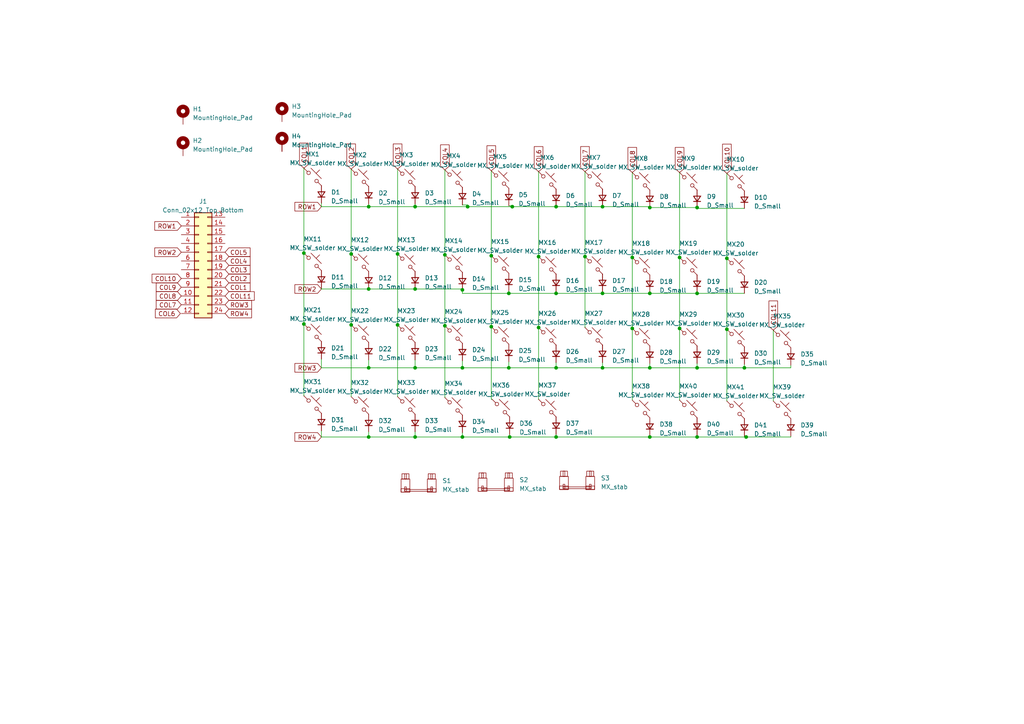
<source format=kicad_sch>
(kicad_sch (version 20230121) (generator eeschema)
  (paper "A4")
  (lib_symbols
    (symbol "Connector_Generic:Conn_02x12_Top_Bottom" (pin_names (offset 1.016) hide)
      (property "Reference" "J" (at 1.27 15.24 0))
      (property "Value" "Conn_02x12_Top_Bottom" (at 1.27 -17.78 0))
      (symbol "Conn_02x12_Top_Bottom_1_1"
        (rectangle (start -1.27 -15.113) (end 0 -15.367) (stroke (width 0.1524)))
        (rectangle (start -1.27 -12.573) (end 0 -12.827) (stroke (width 0.1524)))
        (rectangle (start -1.27 -10.033) (end 0 -10.287) (stroke (width 0.1524)))
        (rectangle (start -1.27 -7.493) (end 0 -7.747) (stroke (width 0.1524)))
        (rectangle (start -1.27 -4.953) (end 0 -5.207) (stroke (width 0.1524)))
        (rectangle (start -1.27 -2.413) (end 0 -2.667) (stroke (width 0.1524)))
        (rectangle (start -1.27 0.127) (end 0 -0.127) (stroke (width 0.1524)))
        (rectangle (start -1.27 2.667) (end 0 2.413) (stroke (width 0.1524)))
        (rectangle (start -1.27 5.207) (end 0 4.953) (stroke (width 0.1524)))
        (rectangle (start -1.27 7.747) (end 0 7.493) (stroke (width 0.1524)))
        (rectangle (start -1.27 10.287) (end 0 10.033) (stroke (width 0.1524)))
        (rectangle (start -1.27 12.827) (end 0 12.573) (stroke (width 0.1524)))
        (rectangle (start -1.27 13.97) (end 3.81 -16.51) (stroke (width 0.254)) (fill (type background)))
        (rectangle (start 3.81 -15.113) (end 2.54 -15.367) (stroke (width 0.1524)))
        (rectangle (start 3.81 -12.573) (end 2.54 -12.827) (stroke (width 0.1524)))
        (rectangle (start 3.81 -10.033) (end 2.54 -10.287) (stroke (width 0.1524)))
        (rectangle (start 3.81 -7.493) (end 2.54 -7.747) (stroke (width 0.1524)))
        (rectangle (start 3.81 -4.953) (end 2.54 -5.207) (stroke (width 0.1524)))
        (rectangle (start 3.81 -2.413) (end 2.54 -2.667) (stroke (width 0.1524)))
        (rectangle (start 3.81 0.127) (end 2.54 -0.127) (stroke (width 0.1524)))
        (rectangle (start 3.81 2.667) (end 2.54 2.413) (stroke (width 0.1524)))
        (rectangle (start 3.81 5.207) (end 2.54 4.953) (stroke (width 0.1524)))
        (rectangle (start 3.81 7.747) (end 2.54 7.493) (stroke (width 0.1524)))
        (rectangle (start 3.81 10.287) (end 2.54 10.033) (stroke (width 0.1524)))
        (rectangle (start 3.81 12.827) (end 2.54 12.573) (stroke (width 0.1524)))
        (pin passive line (at -5.08 12.7 0) (length 3.81) (name "Pin_1") (number "1"))
        (pin passive line (at -5.08 -10.16 0) (length 3.81) (name "Pin_10") (number "10"))
        (pin passive line (at -5.08 -12.7 0) (length 3.81) (name "Pin_11") (number "11"))
        (pin passive line (at -5.08 -15.24 0) (length 3.81) (name "Pin_12") (number "12"))
        (pin passive line (at 7.62 12.7 180) (length 3.81) (name "Pin_13") (number "13"))
        (pin passive line (at 7.62 10.16 180) (length 3.81) (name "Pin_14") (number "14"))
        (pin passive line (at 7.62 7.62 180) (length 3.81) (name "Pin_15") (number "15"))
        (pin passive line (at 7.62 5.08 180) (length 3.81) (name "Pin_16") (number "16"))
        (pin passive line (at 7.62 2.54 180) (length 3.81) (name "Pin_17") (number "17"))
        (pin passive line (at 7.62 0 180) (length 3.81) (name "Pin_18") (number "18"))
        (pin passive line (at 7.62 -2.54 180) (length 3.81) (name "Pin_19") (number "19"))
        (pin passive line (at -5.08 10.16 0) (length 3.81) (name "Pin_2") (number "2"))
        (pin passive line (at 7.62 -5.08 180) (length 3.81) (name "Pin_20") (number "20"))
        (pin passive line (at 7.62 -7.62 180) (length 3.81) (name "Pin_21") (number "21"))
        (pin passive line (at 7.62 -10.16 180) (length 3.81) (name "Pin_22") (number "22"))
        (pin passive line (at 7.62 -12.7 180) (length 3.81) (name "Pin_23") (number "23"))
        (pin passive line (at 7.62 -15.24 180) (length 3.81) (name "Pin_24") (number "24"))
        (pin passive line (at -5.08 7.62 0) (length 3.81) (name "Pin_3") (number "3"))
        (pin passive line (at -5.08 5.08 0) (length 3.81) (name "Pin_4") (number "4"))
        (pin passive line (at -5.08 2.54 0) (length 3.81) (name "Pin_5") (number "5"))
        (pin passive line (at -5.08 0 0) (length 3.81) (name "Pin_6") (number "6"))
        (pin passive line (at -5.08 -2.54 0) (length 3.81) (name "Pin_7") (number "7"))
        (pin passive line (at -5.08 -5.08 0) (length 3.81) (name "Pin_8") (number "8"))
        (pin passive line (at -5.08 -7.62 0) (length 3.81) (name "Pin_9") (number "9"))
      )
    )
    (symbol "Device:D_Small" (pin_numbers hide) (pin_names (offset 0.254) hide)
      (property "Reference" "D" (at -1.27 2.032 0))
      (property "Value" "D_Small" (at -3.81 -2.032 0))
      (symbol "D_Small_0_1"
        (polyline (pts (xy -0.762 -1.016) (xy -0.762 1.016)) (stroke (width 0.254)))
        (polyline (pts (xy -0.762 0) (xy 0.762 0)))
        (polyline (pts (xy 0.762 -1.016) (xy -0.762 0) (xy 0.762 1.016) (xy 0.762 -1.016)) (stroke (width 0.254)))
      )
      (symbol "D_Small_1_1"
        (pin passive line (at -2.54 0 0) (length 1.778) (name "K") (number "1"))
        (pin passive line (at 2.54 0 180) (length 1.778) (name "A") (number "2"))
      )
    )
    (symbol "Mechanical:MountingHole_Pad" (pin_numbers hide) (pin_names (offset 1.016) hide)
      (property "Reference" "H" (at 0 6.35 0))
      (property "Value" "MountingHole_Pad" (at 0 4.445 0))
      (symbol "MountingHole_Pad_0_1"
        (circle (center 0 1.27) (radius 1.27) (stroke (width 1.27)))
      )
      (symbol "MountingHole_Pad_1_1"
        (pin input line (at 0 -2.54 90) (length 2.54) (name "1") (number "1"))
      )
    )
    (symbol "marbastlib-mx:MX_SW_solder" (pin_numbers hide) (pin_names (offset 1.016) hide)
      (property "Reference" "MX" (at 3.048 1.016 0))
      (property "Value" "MX_SW_solder" (at 0 -3.81 0))
      (symbol "MX_SW_solder_0_1"
        (circle (center -1.1684 1.1684) (radius 0.508))
        (polyline (pts (xy -0.508 2.54) (xy 2.54 -0.508)))
        (polyline (pts (xy 1.016 1.016) (xy 2.032 2.032)))
        (polyline (pts (xy -2.54 2.54) (xy -1.524 1.524) (xy -1.524 1.524)))
        (polyline (pts (xy 1.524 -1.524) (xy 2.54 -2.54) (xy 2.54 -2.54) (xy 2.54 -2.54)))
        (circle (center 1.143 -1.1938) (radius 0.508))
        (pin passive line (at -2.54 2.54 0) (length 0) (name "1") (number "1"))
        (pin passive line (at 2.54 -2.54 180) (length 0) (name "2") (number "2"))
      )
    )
    (symbol "marbastlib-mx:MX_stab" (pin_names (offset 1.016))
      (property "Reference" "S" (at -5.08 6.35 0))
      (property "Value" "MX_stab" (at -5.08 3.81 0))
      (symbol "MX_stab_0_1"
        (rectangle (start -5.08 -1.524) (end -2.54 -2.54))
        (rectangle (start -5.08 1.27) (end -2.54 -2.54))
        (rectangle (start -4.826 2.794) (end -2.794 1.27))
        (rectangle (start -4.064 -2.286) (end -3.556 -1.016))
        (rectangle (start -4.064 -1.778) (end 4.064 -2.286))
        (rectangle (start -4.064 1.27) (end -3.556 2.794))
        (rectangle (start 2.54 -1.524) (end 5.08 -2.54))
        (rectangle (start 2.54 1.27) (end 5.08 -2.54))
        (rectangle (start 2.794 2.794) (end 4.826 1.27))
        (rectangle (start 3.556 1.27) (end 4.064 2.794))
        (rectangle (start 4.064 -2.286) (end 3.556 -1.016))
      )
    )
  )
  (junction (at 120.396 106.68))
  (junction (at 188.468 60.198))
  (junction (at 142.494 94.742))
  (junction (at 134.112 126.746))
  (junction (at 147.574 106.68))
  (junction (at 115.316 94.234))
  (junction (at 120.396 126.746))
  (junction (at 197.104 74.676))
  (junction (at 115.316 73.66))
  (junction (at 88.138 93.98))
  (junction (at 106.934 59.944))
  (junction (at 197.104 95.25))
  (junction (at 161.29 106.68))
  (junction (at 161.29 85.09))
  (junction (at 88.138 73.406))
  (junction (at 161.29 59.944))
  (junction (at 156.21 94.996))
  (junction (at 134.112 84.074))
  (junction (at 101.854 73.66))
  (junction (at 202.184 106.68))
  (junction (at 216.408 126.746))
  (junction (at 188.468 106.68))
  (junction (at 202.184 60.198))
  (junction (at 147.828 126.746))
  (junction (at 120.396 83.82))
  (junction (at 129.032 73.914))
  (junction (at 106.934 126.746))
  (junction (at 210.82 95.504))
  (junction (at 210.82 74.93))
  (junction (at 161.29 126.746))
  (junction (at 188.468 85.09))
  (junction (at 202.184 126.746))
  (junction (at 120.396 59.944))
  (junction (at 142.494 74.168))
  (junction (at 169.672 74.422))
  (junction (at 106.934 83.82))
  (junction (at 202.184 85.09))
  (junction (at 147.574 85.09))
  (junction (at 215.9 106.68))
  (junction (at 156.21 74.422))
  (junction (at 148.59 59.944))
  (junction (at 129.032 94.488))
  (junction (at 188.468 126.746))
  (junction (at 174.752 85.09))
  (junction (at 106.934 106.68))
  (junction (at 101.854 94.234))
  (junction (at 183.388 95.25))
  (junction (at 174.752 59.944))
  (junction (at 134.112 106.68))
  (junction (at 183.388 74.676))
  (junction (at 174.752 106.68))
  (junction (at 135.636 59.944))
  (wire (pts (xy 88.138 48.768) (xy 88.138 73.406)))
  (wire (pts (xy 129.032 49.276) (xy 129.032 73.914)))
  (wire (pts (xy 188.468 106.68) (xy 202.184 106.68)))
  (wire (pts (xy 174.752 59.944) (xy 188.468 59.944)))
  (wire (pts (xy 216.408 126.746) (xy 229.362 126.746)))
  (wire (pts (xy 142.494 49.53) (xy 142.494 74.168)))
  (wire (pts (xy 197.104 95.25) (xy 197.104 116.078)))
  (wire (pts (xy 161.29 125.984) (xy 161.29 126.746)))
  (wire (pts (xy 188.468 60.198) (xy 202.184 60.198)))
  (wire (pts (xy 120.396 106.68) (xy 134.112 106.68)))
  (wire (pts (xy 229.362 106.68) (xy 229.362 105.918)))
  (wire (pts (xy 142.494 74.168) (xy 142.494 94.742)))
  (wire (pts (xy 93.218 58.928) (xy 93.218 59.944)))
  (wire (pts (xy 174.752 105.156) (xy 174.752 106.68)))
  (wire (pts (xy 188.468 84.836) (xy 188.468 85.09)))
  (wire (pts (xy 169.672 74.422) (xy 169.672 94.996)))
  (wire (pts (xy 120.396 125.222) (xy 120.396 126.746)))
  (wire (pts (xy 216.408 126.492) (xy 216.408 126.746)))
  (wire (pts (xy 161.29 126.746) (xy 188.468 126.746)))
  (wire (pts (xy 156.21 74.422) (xy 156.21 94.996)))
  (wire (pts (xy 147.828 125.984) (xy 147.828 126.746)))
  (wire (pts (xy 161.29 85.09) (xy 174.752 85.09)))
  (wire (pts (xy 215.9 60.452) (xy 202.184 60.452)))
  (wire (pts (xy 147.574 84.328) (xy 147.574 85.09)))
  (wire (pts (xy 88.138 93.98) (xy 88.138 114.808)))
  (wire (pts (xy 120.396 59.944) (xy 135.636 59.944)))
  (wire (pts (xy 135.636 59.944) (xy 148.59 59.944)))
  (wire (pts (xy 148.59 59.69) (xy 148.59 59.944)))
  (wire (pts (xy 106.934 106.68) (xy 120.396 106.68)))
  (wire (pts (xy 202.184 84.836) (xy 202.184 85.09)))
  (wire (pts (xy 147.828 126.746) (xy 134.112 126.746)))
  (wire (pts (xy 229.362 126.746) (xy 229.362 126.492)))
  (wire (pts (xy 161.29 126.746) (xy 147.828 126.746)))
  (wire (pts (xy 174.752 85.09) (xy 188.468 85.09)))
  (wire (pts (xy 134.112 126.746) (xy 134.112 125.476)))
  (wire (pts (xy 120.396 59.182) (xy 120.396 59.944)))
  (wire (pts (xy 93.218 124.968) (xy 93.218 126.746)))
  (wire (pts (xy 147.574 59.69) (xy 148.59 59.69)))
  (wire (pts (xy 148.59 59.944) (xy 161.29 59.944)))
  (wire (pts (xy 93.218 59.944) (xy 106.934 59.944)))
  (wire (pts (xy 147.574 85.09) (xy 161.29 85.09)))
  (wire (pts (xy 142.494 94.742) (xy 142.494 115.824)))
  (wire (pts (xy 115.316 73.66) (xy 115.316 94.234)))
  (wire (pts (xy 106.934 59.944) (xy 106.934 59.182)))
  (wire (pts (xy 134.112 106.68) (xy 147.574 106.68)))
  (wire (pts (xy 197.104 74.676) (xy 197.104 95.25)))
  (wire (pts (xy 174.752 59.944) (xy 161.29 59.944)))
  (wire (pts (xy 147.574 106.68) (xy 161.29 106.68)))
  (wire (pts (xy 183.388 74.676) (xy 183.388 95.25)))
  (wire (pts (xy 215.9 105.664) (xy 215.9 106.68)))
  (wire (pts (xy 134.112 104.648) (xy 134.112 106.68)))
  (wire (pts (xy 129.032 73.914) (xy 129.032 94.488)))
  (wire (pts (xy 120.396 104.394) (xy 120.396 106.68)))
  (wire (pts (xy 101.854 49.022) (xy 101.854 73.66)))
  (wire (pts (xy 210.82 74.93) (xy 210.82 95.504)))
  (wire (pts (xy 134.112 85.09) (xy 147.574 85.09)))
  (wire (pts (xy 224.282 95.758) (xy 224.282 116.332)))
  (wire (pts (xy 115.316 94.234) (xy 115.316 115.062)))
  (wire (pts (xy 93.218 83.566) (xy 93.218 83.82)))
  (wire (pts (xy 202.184 126.746) (xy 216.408 126.746)))
  (wire (pts (xy 174.752 84.582) (xy 174.752 85.09)))
  (wire (pts (xy 202.184 126.238) (xy 202.184 126.746)))
  (wire (pts (xy 183.388 50.038) (xy 183.388 74.676)))
  (wire (pts (xy 174.752 106.68) (xy 188.468 106.68)))
  (wire (pts (xy 169.672 49.784) (xy 169.672 74.422)))
  (wire (pts (xy 202.184 85.09) (xy 215.9 85.09)))
  (wire (pts (xy 101.854 94.234) (xy 101.854 115.062)))
  (wire (pts (xy 120.396 83.82) (xy 134.112 83.82)))
  (wire (pts (xy 134.112 83.82) (xy 134.112 84.074)))
  (wire (pts (xy 188.468 126.238) (xy 188.468 126.746)))
  (wire (pts (xy 142.494 115.824) (xy 142.748 115.824)))
  (wire (pts (xy 93.218 106.68) (xy 106.934 106.68)))
  (wire (pts (xy 106.934 83.82) (xy 120.396 83.82)))
  (wire (pts (xy 183.388 95.25) (xy 183.388 116.078)))
  (wire (pts (xy 93.218 83.82) (xy 106.934 83.82)))
  (wire (pts (xy 202.184 106.68) (xy 215.9 106.68)))
  (wire (pts (xy 161.29 106.68) (xy 174.752 106.68)))
  (wire (pts (xy 156.21 49.784) (xy 156.21 74.422)))
  (wire (pts (xy 134.112 84.074) (xy 134.112 85.09)))
  (wire (pts (xy 120.396 126.746) (xy 134.112 126.746)))
  (wire (pts (xy 156.21 94.996) (xy 156.21 115.824)))
  (wire (pts (xy 229.362 106.68) (xy 215.9 106.68)))
  (wire (pts (xy 188.468 85.09) (xy 202.184 85.09)))
  (wire (pts (xy 202.184 105.41) (xy 202.184 106.68)))
  (wire (pts (xy 93.218 126.746) (xy 106.934 126.746)))
  (wire (pts (xy 106.934 126.746) (xy 120.396 126.746)))
  (wire (pts (xy 135.636 59.436) (xy 135.636 59.944)))
  (wire (pts (xy 147.574 104.902) (xy 147.574 106.68)))
  (wire (pts (xy 101.854 73.66) (xy 101.854 94.234)))
  (wire (pts (xy 88.138 73.406) (xy 88.138 93.98)))
  (wire (pts (xy 93.218 104.14) (xy 93.218 106.68)))
  (wire (pts (xy 161.29 105.156) (xy 161.29 106.68)))
  (wire (pts (xy 197.104 50.038) (xy 197.104 74.676)))
  (wire (pts (xy 106.934 125.222) (xy 106.934 126.746)))
  (wire (pts (xy 210.82 50.292) (xy 210.82 74.93)))
  (wire (pts (xy 188.468 105.41) (xy 188.468 106.68)))
  (wire (pts (xy 106.934 104.394) (xy 106.934 106.68)))
  (wire (pts (xy 210.82 95.504) (xy 210.82 116.332)))
  (wire (pts (xy 188.468 59.944) (xy 188.468 60.198)))
  (wire (pts (xy 216.408 126.492) (xy 215.9 126.492)))
  (wire (pts (xy 134.112 59.436) (xy 135.636 59.436)))
  (wire (pts (xy 161.29 84.582) (xy 161.29 85.09)))
  (wire (pts (xy 106.934 59.944) (xy 120.396 59.944)))
  (wire (pts (xy 129.032 94.488) (xy 129.032 115.316)))
  (wire (pts (xy 115.316 49.022) (xy 115.316 73.66)))
  (wire (pts (xy 188.468 126.746) (xy 202.184 126.746)))
  (wire (pts (xy 202.184 60.452) (xy 202.184 60.198)))
  (global_label "COL8" (shape input) (at 52.578 85.852 180) (property "Intersheetrefs" "${INTERSHEET_REFS}" (effects hide)))
  (global_label "COL7" (shape input) (at 52.578 88.392 180) (property "Intersheetrefs" "${INTERSHEET_REFS}" (effects hide)))
  (global_label "COL9" (shape input) (at 197.104 50.038 90) (property "Intersheetrefs" "${INTERSHEET_REFS}" (effects hide)))
  (global_label "COL4" (shape input) (at 65.278 75.692 0) (property "Intersheetrefs" "${INTERSHEET_REFS}" (effects hide)))
  (global_label "COL2" (shape input) (at 65.278 80.772 0) (property "Intersheetrefs" "${INTERSHEET_REFS}" (effects hide)))
  (global_label "ROW1" (shape input) (at 93.218 59.944 180) (property "Intersheetrefs" "${INTERSHEET_REFS}" (effects hide)))
  (global_label "COL10" (shape input) (at 210.82 50.292 90) (property "Intersheetrefs" "${INTERSHEET_REFS}" (effects hide)))
  (global_label "COL6" (shape input) (at 52.324 90.932 180) (property "Intersheetrefs" "${INTERSHEET_REFS}" (effects hide)))
  (global_label "COL7" (shape input) (at 169.672 49.784 90) (property "Intersheetrefs" "${INTERSHEET_REFS}" (effects hide)))
  (global_label "COL2" (shape input) (at 101.854 49.022 90) (property "Intersheetrefs" "${INTERSHEET_REFS}" (effects hide)))
  (global_label "COL3" (shape input) (at 65.278 78.232 0) (property "Intersheetrefs" "${INTERSHEET_REFS}" (effects hide)))
  (global_label "COL4" (shape input) (at 129.032 49.276 90) (property "Intersheetrefs" "${INTERSHEET_REFS}" (effects hide)))
  (global_label "COL1" (shape input) (at 65.278 83.312 0) (property "Intersheetrefs" "${INTERSHEET_REFS}" (effects hide)))
  (global_label "ROW2" (shape input) (at 52.578 73.152 180) (property "Intersheetrefs" "${INTERSHEET_REFS}" (effects hide)))
  (global_label "ROW3" (shape input) (at 65.278 88.392 0) (property "Intersheetrefs" "${INTERSHEET_REFS}" (effects hide)))
  (global_label "COL5" (shape input) (at 142.494 49.53 90) (property "Intersheetrefs" "${INTERSHEET_REFS}" (effects hide)))
  (global_label "COL5" (shape input) (at 65.278 73.152 0) (property "Intersheetrefs" "${INTERSHEET_REFS}" (effects hide)))
  (global_label "COL10" (shape input) (at 52.578 80.772 180) (property "Intersheetrefs" "${INTERSHEET_REFS}" (effects hide)))
  (global_label "ROW2" (shape input) (at 93.218 83.82 180) (property "Intersheetrefs" "${INTERSHEET_REFS}" (effects hide)))
  (global_label "COL6" (shape input) (at 156.21 49.784 90) (property "Intersheetrefs" "${INTERSHEET_REFS}" (effects hide)))
  (global_label "COL11" (shape input) (at 65.278 85.852 0) (property "Intersheetrefs" "${INTERSHEET_REFS}" (effects hide)))
  (global_label "COL9" (shape input) (at 52.578 83.312 180) (property "Intersheetrefs" "${INTERSHEET_REFS}" (effects hide)))
  (global_label "ROW4" (shape input) (at 65.278 90.932 0) (property "Intersheetrefs" "${INTERSHEET_REFS}" (effects hide)))
  (global_label "COL8" (shape input) (at 183.388 50.038 90) (property "Intersheetrefs" "${INTERSHEET_REFS}" (effects hide)))
  (global_label "ROW1" (shape input) (at 52.578 65.532 180) (property "Intersheetrefs" "${INTERSHEET_REFS}" (effects hide)))
  (global_label "COL11" (shape input) (at 224.282 95.758 90) (property "Intersheetrefs" "${INTERSHEET_REFS}" (effects hide)))
  (global_label "COL1" (shape input) (at 88.138 48.768 90) (property "Intersheetrefs" "${INTERSHEET_REFS}" (effects hide)))
  (global_label "ROW4" (shape input) (at 93.218 126.746 180) (property "Intersheetrefs" "${INTERSHEET_REFS}" (effects hide)))
  (global_label "COL3" (shape input) (at 115.316 49.022 90) (property "Intersheetrefs" "${INTERSHEET_REFS}" (effects hide)))
  (global_label "ROW3" (shape input) (at 93.218 106.68 180) (property "Intersheetrefs" "${INTERSHEET_REFS}" (effects hide)))
  (symbol (lib_id "Device:D_Small") (at 188.468 57.658 90) (unit 1)
    (property "Reference" "D8" (at 191.262 57.023 90) (effects (justify right)))
    (property "Value" "D_Small" (at 191.262 59.563 90) (effects (justify right)))
    (property "Footprint" "Diode_SMD:D_SOD-123" (effects hide))
    (property "Sim.Device" "D" (effects hide))
    (property "Sim.Pins" "1=K 2=A" (effects hide))
  )
  (symbol (lib_id "Device:D_Small") (at 174.752 57.404 90) (unit 1)
    (property "Reference" "D7" (at 177.546 56.769 90) (effects (justify right)))
    (property "Value" "D_Small" (at 177.546 59.309 90) (effects (justify right)))
    (property "Footprint" "Diode_SMD:D_SOD-123" (effects hide))
    (property "Sim.Device" "D" (effects hide))
    (property "Sim.Pins" "1=K 2=A" (effects hide))
  )
  (symbol (lib_id "Device:D_Small") (at 106.934 81.28 90) (unit 1)
    (property "Reference" "D12" (at 109.728 80.645 90) (effects (justify right)))
    (property "Value" "D_Small" (at 109.728 83.185 90) (effects (justify right)))
    (property "Footprint" "Diode_SMD:D_SOD-123" (effects hide))
    (property "Sim.Device" "D" (effects hide))
    (property "Sim.Pins" "1=K 2=A" (effects hide))
  )
  (symbol (lib_id "marbastlib-mx:MX_SW_solder") (at 213.36 118.872 0) (unit 1)
    (property "Reference" "MX41" (at 213.36 112.268 0))
    (property "Value" "MX_SW_solder" (at 213.36 114.808 0))
    (property "Footprint" "marbastlib-mx:SW_MX_1.25u" (effects hide))
  )
  (symbol (lib_id "Device:D_Small") (at 202.184 57.658 90) (unit 1)
    (property "Reference" "D9" (at 204.978 57.023 90) (effects (justify right)))
    (property "Value" "D_Small" (at 204.978 59.563 90) (effects (justify right)))
    (property "Footprint" "Diode_SMD:D_SOD-123" (effects hide))
    (property "Sim.Device" "D" (effects hide))
    (property "Sim.Pins" "1=K 2=A" (effects hide))
  )
  (symbol (lib_id "marbastlib-mx:MX_SW_solder") (at 158.75 76.962 0) (unit 1)
    (property "Reference" "MX16" (at 158.75 70.358 0))
    (property "Value" "MX_SW_solder" (at 158.75 72.898 0))
    (property "Footprint" "marbastlib-mx:SW_MX_1u" (effects hide))
  )
  (symbol (lib_id "marbastlib-mx:MX_SW_solder") (at 158.75 97.536 0) (unit 1)
    (property "Reference" "MX26" (at 158.75 90.932 0))
    (property "Value" "MX_SW_solder" (at 158.75 93.472 0))
    (property "Footprint" "marbastlib-mx:SW_MX_1u" (effects hide))
  )
  (symbol (lib_id "Device:D_Small") (at 215.9 82.55 90) (unit 1)
    (property "Reference" "D20" (at 218.694 81.915 90) (effects (justify right)))
    (property "Value" "D_Small" (at 218.694 84.455 90) (effects (justify right)))
    (property "Footprint" "Diode_SMD:D_SOD-123" (effects hide))
    (property "Sim.Device" "D" (effects hide))
    (property "Sim.Pins" "1=K 2=A" (effects hide))
  )
  (symbol (lib_id "marbastlib-mx:MX_SW_solder") (at 145.034 76.708 0) (unit 1)
    (property "Reference" "MX15" (at 145.034 70.104 0))
    (property "Value" "MX_SW_solder" (at 145.034 72.644 0))
    (property "Footprint" "marbastlib-mx:SW_MX_1u" (effects hide))
  )
  (symbol (lib_id "Mechanical:MountingHole_Pad") (at 53.086 42.672 0) (unit 1)
    (property "Reference" "H2" (at 55.88 40.767 0) (effects (justify left)))
    (property "Value" "MountingHole_Pad" (at 55.88 43.307 0) (effects (justify left)))
    (property "Footprint" "MountingHole:MountingHole_2.7mm_M2.5_Pad_Via" (effects hide))
  )
  (symbol (lib_id "marbastlib-mx:MX_SW_solder") (at 158.75 118.364 0) (unit 1)
    (property "Reference" "MX37" (at 158.75 111.76 0))
    (property "Value" "MX_SW_solder" (at 158.75 114.3 0))
    (property "Footprint" "marbastlib-mx:SW_MX_1u" (effects hide))
  )
  (symbol (lib_id "Device:D_Small") (at 161.29 57.404 90) (unit 1)
    (property "Reference" "D6" (at 164.084 56.769 90) (effects (justify right)))
    (property "Value" "D_Small" (at 164.084 59.309 90) (effects (justify right)))
    (property "Footprint" "Diode_SMD:D_SOD-123" (effects hide))
    (property "Sim.Device" "D" (effects hide))
    (property "Sim.Pins" "1=K 2=A" (effects hide))
  )
  (symbol (lib_id "marbastlib-mx:MX_SW_solder") (at 172.212 97.536 0) (unit 1)
    (property "Reference" "MX27" (at 172.212 90.932 0))
    (property "Value" "MX_SW_solder" (at 172.212 93.472 0))
    (property "Footprint" "marbastlib-mx:SW_MX_1u" (effects hide))
  )
  (symbol (lib_id "marbastlib-mx:MX_SW_solder") (at 199.644 52.578 0) (unit 1)
    (property "Reference" "MX9" (at 199.644 45.974 0))
    (property "Value" "MX_SW_solder" (at 199.644 48.514 0))
    (property "Footprint" "marbastlib-mx:SW_MX_1u" (effects hide))
  )
  (symbol (lib_id "Device:D_Small") (at 188.468 123.698 90) (unit 1)
    (property "Reference" "D38" (at 191.262 123.063 90) (effects (justify right)))
    (property "Value" "D_Small" (at 191.262 125.603 90) (effects (justify right)))
    (property "Footprint" "Diode_SMD:D_SOD-123" (effects hide))
    (property "Sim.Device" "D" (effects hide))
    (property "Sim.Pins" "1=K 2=A" (effects hide))
  )
  (symbol (lib_id "marbastlib-mx:MX_SW_solder") (at 185.928 97.79 0) (unit 1)
    (property "Reference" "MX28" (at 185.928 91.186 0))
    (property "Value" "MX_SW_solder" (at 185.928 93.726 0))
    (property "Footprint" "marbastlib-mx:SW_MX_1u" (effects hide))
  )
  (symbol (lib_id "Device:D_Small") (at 93.218 81.026 90) (unit 1)
    (property "Reference" "D11" (at 96.012 80.391 90) (effects (justify right)))
    (property "Value" "D_Small" (at 96.012 82.931 90) (effects (justify right)))
    (property "Footprint" "Diode_SMD:D_SOD-123" (effects hide))
    (property "Sim.Device" "D" (effects hide))
    (property "Sim.Pins" "1=K 2=A" (effects hide))
  )
  (symbol (lib_id "marbastlib-mx:MX_SW_solder") (at 145.034 97.282 0) (unit 1)
    (property "Reference" "MX25" (at 145.034 90.678 0))
    (property "Value" "MX_SW_solder" (at 145.034 93.218 0))
    (property "Footprint" "marbastlib-mx:SW_MX_1u" (effects hide))
  )
  (symbol (lib_id "Device:D_Small") (at 106.934 56.642 90) (unit 1)
    (property "Reference" "D2" (at 109.728 56.007 90) (effects (justify right)))
    (property "Value" "D_Small" (at 109.728 58.547 90) (effects (justify right)))
    (property "Footprint" "Diode_SMD:D_SOD-123" (effects hide))
    (property "Sim.Device" "D" (effects hide))
    (property "Sim.Pins" "1=K 2=A" (effects hide))
  )
  (symbol (lib_id "marbastlib-mx:MX_SW_solder") (at 90.678 51.308 0) (unit 1)
    (property "Reference" "MX1" (at 90.678 44.704 0))
    (property "Value" "MX_SW_solder" (at 90.678 47.244 0))
    (property "Footprint" "marbastlib-mx:SW_MX_1u" (effects hide))
  )
  (symbol (lib_id "Device:D_Small") (at 93.218 122.428 90) (unit 1)
    (property "Reference" "D31" (at 96.012 121.793 90) (effects (justify right)))
    (property "Value" "D_Small" (at 96.012 124.333 90) (effects (justify right)))
    (property "Footprint" "Diode_SMD:D_SOD-123" (effects hide))
    (property "Sim.Device" "D" (effects hide))
    (property "Sim.Pins" "1=K 2=A" (effects hide))
  )
  (symbol (lib_id "marbastlib-mx:MX_SW_solder") (at 199.644 77.216 0) (unit 1)
    (property "Reference" "MX19" (at 199.644 70.612 0))
    (property "Value" "MX_SW_solder" (at 199.644 73.152 0))
    (property "Footprint" "marbastlib-mx:SW_MX_1u" (effects hide))
  )
  (symbol (lib_id "Device:D_Small") (at 120.396 122.682 90) (unit 1)
    (property "Reference" "D33" (at 123.19 122.047 90) (effects (justify right)))
    (property "Value" "D_Small" (at 123.19 124.587 90) (effects (justify right)))
    (property "Footprint" "Diode_SMD:D_SOD-123" (effects hide))
    (property "Sim.Device" "D" (effects hide))
    (property "Sim.Pins" "1=K 2=A" (effects hide))
  )
  (symbol (lib_id "marbastlib-mx:MX_SW_solder") (at 117.856 76.2 0) (unit 1)
    (property "Reference" "MX13" (at 117.856 69.596 0))
    (property "Value" "MX_SW_solder" (at 117.856 72.136 0))
    (property "Footprint" "marbastlib-mx:SW_MX_1u" (effects hide))
  )
  (symbol (lib_id "marbastlib-mx:MX_SW_solder") (at 131.572 76.454 0) (unit 1)
    (property "Reference" "MX14" (at 131.572 69.85 0))
    (property "Value" "MX_SW_solder" (at 131.572 72.39 0))
    (property "Footprint" "marbastlib-mx:SW_MX_1u" (effects hide))
  )
  (symbol (lib_id "Device:D_Small") (at 202.184 123.698 90) (unit 1)
    (property "Reference" "D40" (at 204.978 123.063 90) (effects (justify right)))
    (property "Value" "D_Small" (at 204.978 125.603 90) (effects (justify right)))
    (property "Footprint" "Diode_SMD:D_SOD-123" (effects hide))
    (property "Sim.Device" "D" (effects hide))
    (property "Sim.Pins" "1=K 2=A" (effects hide))
  )
  (symbol (lib_id "marbastlib-mx:MX_SW_solder") (at 131.572 97.028 0) (unit 1)
    (property "Reference" "MX24" (at 131.572 90.424 0))
    (property "Value" "MX_SW_solder" (at 131.572 92.964 0))
    (property "Footprint" "marbastlib-mx:SW_MX_1u" (effects hide))
  )
  (symbol (lib_id "marbastlib-mx:MX_SW_solder") (at 90.678 117.348 0) (unit 1)
    (property "Reference" "MX31" (at 90.678 110.744 0))
    (property "Value" "MX_SW_solder" (at 90.678 113.284 0))
    (property "Footprint" "marbastlib-mx:SW_MX_1.25u" (effects hide))
  )
  (symbol (lib_id "marbastlib-mx:MX_SW_solder") (at 185.928 52.578 0) (unit 1)
    (property "Reference" "MX8" (at 185.928 45.974 0))
    (property "Value" "MX_SW_solder" (at 185.928 48.514 0))
    (property "Footprint" "marbastlib-mx:SW_MX_1u" (effects hide))
  )
  (symbol (lib_id "marbastlib-mx:MX_SW_solder") (at 226.822 98.298 0) (unit 1)
    (property "Reference" "MX35" (at 226.822 91.694 0))
    (property "Value" "MX_SW_solder" (at 226.822 94.234 0))
    (property "Footprint" "marbastlib-mx:SW_MX_1u" (effects hide))
  )
  (symbol (lib_id "Device:D_Small") (at 93.218 56.388 90) (unit 1)
    (property "Reference" "D1" (at 96.012 55.753 90) (effects (justify right)))
    (property "Value" "D_Small" (at 96.012 58.293 90) (effects (justify right)))
    (property "Footprint" "Diode_SMD:D_SOD-123" (effects hide))
    (property "Sim.Device" "D" (effects hide))
    (property "Sim.Pins" "1=K 2=A" (effects hide))
  )
  (symbol (lib_id "marbastlib-mx:MX_SW_solder") (at 199.644 118.618 0) (unit 1)
    (property "Reference" "MX40" (at 199.644 112.014 0))
    (property "Value" "MX_SW_solder" (at 199.644 114.554 0))
    (property "Footprint" "marbastlib-mx:SW_MX_1u" (effects hide))
  )
  (symbol (lib_id "Device:D_Small") (at 134.112 81.534 90) (unit 1)
    (property "Reference" "D14" (at 136.906 80.899 90) (effects (justify right)))
    (property "Value" "D_Small" (at 136.906 83.439 90) (effects (justify right)))
    (property "Footprint" "Diode_SMD:D_SOD-123" (effects hide))
    (property "Sim.Device" "D" (effects hide))
    (property "Sim.Pins" "1=K 2=A" (effects hide))
  )
  (symbol (lib_id "Device:D_Small") (at 202.184 82.296 90) (unit 1)
    (property "Reference" "D19" (at 204.978 81.661 90) (effects (justify right)))
    (property "Value" "D_Small" (at 204.978 84.201 90) (effects (justify right)))
    (property "Footprint" "Diode_SMD:D_SOD-123" (effects hide))
    (property "Sim.Device" "D" (effects hide))
    (property "Sim.Pins" "1=K 2=A" (effects hide))
  )
  (symbol (lib_id "marbastlib-mx:MX_SW_solder") (at 213.36 77.47 0) (unit 1)
    (property "Reference" "MX20" (at 213.36 70.866 0))
    (property "Value" "MX_SW_solder" (at 213.36 73.406 0))
    (property "Footprint" "marbastlib-mx:SW_MX_1.5u" (effects hide))
  )
  (symbol (lib_id "Device:D_Small") (at 134.112 56.896 90) (unit 1)
    (property "Reference" "D4" (at 136.906 56.261 90) (effects (justify right)))
    (property "Value" "D_Small" (at 136.906 58.801 90) (effects (justify right)))
    (property "Footprint" "Diode_SMD:D_SOD-123" (effects hide))
    (property "Sim.Device" "D" (effects hide))
    (property "Sim.Pins" "1=K 2=A" (effects hide))
  )
  (symbol (lib_id "Connector_Generic:Conn_02x12_Top_Bottom") (at 57.658 75.692 0) (unit 1)
    (property "Reference" "J1" (at 58.928 58.42 0))
    (property "Value" "Conn_02x12_Top_Bottom" (at 58.928 60.96 0))
    (property "Footprint" "marbastlib-xp-promicroish:ProMicro_Reversible_Single" (effects hide))
  )
  (symbol (lib_id "marbastlib-mx:MX_SW_solder") (at 131.572 51.816 0) (unit 1)
    (property "Reference" "MX4" (at 131.572 45.212 0))
    (property "Value" "MX_SW_solder" (at 131.572 47.752 0))
    (property "Footprint" "marbastlib-mx:SW_MX_1u" (effects hide))
  )
  (symbol (lib_id "Device:D_Small") (at 147.828 123.444 90) (unit 1)
    (property "Reference" "D36" (at 150.622 122.809 90) (effects (justify right)))
    (property "Value" "D_Small" (at 150.622 125.349 90) (effects (justify right)))
    (property "Footprint" "Diode_SMD:D_SOD-123" (effects hide))
    (property "Sim.Device" "D" (effects hide))
    (property "Sim.Pins" "1=K 2=A" (effects hide))
  )
  (symbol (lib_id "marbastlib-mx:MX_SW_solder") (at 117.856 51.562 0) (unit 1)
    (property "Reference" "MX3" (at 117.856 44.958 0))
    (property "Value" "MX_SW_solder" (at 117.856 47.498 0))
    (property "Footprint" "marbastlib-mx:SW_MX_1u" (effects hide))
  )
  (symbol (lib_id "Device:D_Small") (at 147.574 57.15 90) (unit 1)
    (property "Reference" "D5" (at 150.368 56.515 90) (effects (justify right)))
    (property "Value" "D_Small" (at 150.368 59.055 90) (effects (justify right)))
    (property "Footprint" "Diode_SMD:D_SOD-123" (effects hide))
    (property "Sim.Device" "D" (effects hide))
    (property "Sim.Pins" "1=K 2=A" (effects hide))
  )
  (symbol (lib_id "Device:D_Small") (at 215.9 103.124 90) (unit 1)
    (property "Reference" "D30" (at 218.694 102.489 90) (effects (justify right)))
    (property "Value" "D_Small" (at 218.694 105.029 90) (effects (justify right)))
    (property "Footprint" "Diode_SMD:D_SOD-123" (effects hide))
    (property "Sim.Device" "D" (effects hide))
    (property "Sim.Pins" "1=K 2=A" (effects hide))
  )
  (symbol (lib_id "marbastlib-mx:MX_SW_solder") (at 104.394 96.774 0) (unit 1)
    (property "Reference" "MX22" (at 104.394 90.17 0))
    (property "Value" "MX_SW_solder" (at 104.394 92.71 0))
    (property "Footprint" "marbastlib-mx:SW_MX_1u" (effects hide))
  )
  (symbol (lib_id "Device:D_Small") (at 202.184 102.87 90) (unit 1)
    (property "Reference" "D29" (at 204.978 102.235 90) (effects (justify right)))
    (property "Value" "D_Small" (at 204.978 104.775 90) (effects (justify right)))
    (property "Footprint" "Diode_SMD:D_SOD-123" (effects hide))
    (property "Sim.Device" "D" (effects hide))
    (property "Sim.Pins" "1=K 2=A" (effects hide))
  )
  (symbol (lib_id "marbastlib-mx:MX_SW_solder") (at 104.394 117.602 0) (unit 1)
    (property "Reference" "MX32" (at 104.394 110.998 0))
    (property "Value" "MX_SW_solder" (at 104.394 113.538 0))
    (property "Footprint" "marbastlib-mx:SW_MX_1u" (effects hide))
  )
  (symbol (lib_id "marbastlib-mx:MX_SW_solder") (at 117.856 96.774 0) (unit 1)
    (property "Reference" "MX23" (at 117.856 90.17 0))
    (property "Value" "MX_SW_solder" (at 117.856 92.71 0))
    (property "Footprint" "marbastlib-mx:SW_MX_1u" (effects hide))
  )
  (symbol (lib_id "marbastlib-mx:MX_SW_solder") (at 158.75 52.324 0) (unit 1)
    (property "Reference" "MX6" (at 158.75 45.72 0))
    (property "Value" "MX_SW_solder" (at 158.75 48.26 0))
    (property "Footprint" "marbastlib-mx:SW_MX_1u" (effects hide))
  )
  (symbol (lib_id "marbastlib-mx:MX_SW_solder") (at 199.644 97.79 0) (unit 1)
    (property "Reference" "MX29" (at 199.644 91.186 0))
    (property "Value" "MX_SW_solder" (at 199.644 93.726 0))
    (property "Footprint" "marbastlib-mx:SW_MX_1u" (effects hide))
  )
  (symbol (lib_id "Device:D_Small") (at 188.468 102.87 90) (unit 1)
    (property "Reference" "D28" (at 191.262 102.235 90) (effects (justify right)))
    (property "Value" "D_Small" (at 191.262 104.775 90) (effects (justify right)))
    (property "Footprint" "Diode_SMD:D_SOD-123" (effects hide))
    (property "Sim.Device" "D" (effects hide))
    (property "Sim.Pins" "1=K 2=A" (effects hide))
  )
  (symbol (lib_id "marbastlib-mx:MX_SW_solder") (at 90.678 75.946 0) (unit 1)
    (property "Reference" "MX11" (at 90.678 69.342 0))
    (property "Value" "MX_SW_solder" (at 90.678 71.882 0))
    (property "Footprint" "marbastlib-mx:SW_MX_1.25u" (effects hide))
  )
  (symbol (lib_id "marbastlib-mx:MX_SW_solder") (at 185.928 118.618 0) (unit 1)
    (property "Reference" "MX38" (at 185.928 112.014 0))
    (property "Value" "MX_SW_solder" (at 185.928 114.554 0))
    (property "Footprint" "marbastlib-mx:SW_MX_1u" (effects hide))
  )
  (symbol (lib_id "Device:D_Small") (at 215.9 123.952 90) (unit 1)
    (property "Reference" "D41" (at 218.694 123.317 90) (effects (justify right)))
    (property "Value" "D_Small" (at 218.694 125.857 90) (effects (justify right)))
    (property "Footprint" "Diode_SMD:D_SOD-123" (effects hide))
    (property "Sim.Device" "D" (effects hide))
    (property "Sim.Pins" "1=K 2=A" (effects hide))
  )
  (symbol (lib_id "Device:D_Small") (at 229.362 103.378 90) (unit 1)
    (property "Reference" "D35" (at 232.156 102.743 90) (effects (justify right)))
    (property "Value" "D_Small" (at 232.156 105.283 90) (effects (justify right)))
    (property "Footprint" "Diode_SMD:D_SOD-123" (effects hide))
    (property "Sim.Device" "D" (effects hide))
    (property "Sim.Pins" "1=K 2=A" (effects hide))
  )
  (symbol (lib_id "Device:D_Small") (at 188.468 82.296 90) (unit 1)
    (property "Reference" "D18" (at 191.262 81.661 90) (effects (justify right)))
    (property "Value" "D_Small" (at 191.262 84.201 90) (effects (justify right)))
    (property "Footprint" "Diode_SMD:D_SOD-123" (effects hide))
    (property "Sim.Device" "D" (effects hide))
    (property "Sim.Pins" "1=K 2=A" (effects hide))
  )
  (symbol (lib_id "marbastlib-mx:MX_SW_solder") (at 172.212 52.324 0) (unit 1)
    (property "Reference" "MX7" (at 172.212 45.72 0))
    (property "Value" "MX_SW_solder" (at 172.212 48.26 0))
    (property "Footprint" "marbastlib-mx:SW_MX_1u" (effects hide))
  )
  (symbol (lib_id "marbastlib-mx:MX_stab") (at 143.764 139.954 0) (unit 1)
    (property "Reference" "S2" (at 150.622 139.192 0) (effects (justify left)))
    (property "Value" "MX_stab" (at 150.622 141.732 0) (effects (justify left)))
    (property "Footprint" "marbastlib-mx:STAB_MX_P_2.25u" (effects hide))
  )
  (symbol (lib_id "marbastlib-mx:MX_SW_solder") (at 104.394 76.2 0) (unit 1)
    (property "Reference" "MX12" (at 104.394 69.596 0))
    (property "Value" "MX_SW_solder" (at 104.394 72.136 0))
    (property "Footprint" "marbastlib-mx:SW_MX_1u" (effects hide))
  )
  (symbol (lib_id "Device:D_Small") (at 134.112 102.108 90) (unit 1)
    (property "Reference" "D24" (at 136.906 101.473 90) (effects (justify right)))
    (property "Value" "D_Small" (at 136.906 104.013 90) (effects (justify right)))
    (property "Footprint" "Diode_SMD:D_SOD-123" (effects hide))
    (property "Sim.Device" "D" (effects hide))
    (property "Sim.Pins" "1=K 2=A" (effects hide))
  )
  (symbol (lib_id "marbastlib-mx:MX_SW_solder") (at 172.212 76.962 0) (unit 1)
    (property "Reference" "MX17" (at 172.212 70.358 0))
    (property "Value" "MX_SW_solder" (at 172.212 72.898 0))
    (property "Footprint" "marbastlib-mx:SW_MX_1u" (effects hide))
  )
  (symbol (lib_id "marbastlib-mx:MX_SW_solder") (at 213.36 52.832 0) (unit 1)
    (property "Reference" "MX10" (at 213.36 46.228 0))
    (property "Value" "MX_SW_solder" (at 213.36 48.768 0))
    (property "Footprint" "marbastlib-mx:SW_MX_1.75u" (effects hide))
  )
  (symbol (lib_id "Device:D_Small") (at 174.752 82.042 90) (unit 1)
    (property "Reference" "D17" (at 177.546 81.407 90) (effects (justify right)))
    (property "Value" "D_Small" (at 177.546 83.947 90) (effects (justify right)))
    (property "Footprint" "Diode_SMD:D_SOD-123" (effects hide))
    (property "Sim.Device" "D" (effects hide))
    (property "Sim.Pins" "1=K 2=A" (effects hide))
  )
  (symbol (lib_id "Device:D_Small") (at 215.9 57.912 90) (unit 1)
    (property "Reference" "D10" (at 218.694 57.277 90) (effects (justify right)))
    (property "Value" "D_Small" (at 218.694 59.817 90) (effects (justify right)))
    (property "Footprint" "Diode_SMD:D_SOD-123" (effects hide))
    (property "Sim.Device" "D" (effects hide))
    (property "Sim.Pins" "1=K 2=A" (effects hide))
  )
  (symbol (lib_id "Device:D_Small") (at 161.29 123.444 90) (unit 1)
    (property "Reference" "D37" (at 164.084 122.809 90) (effects (justify right)))
    (property "Value" "D_Small" (at 164.084 125.349 90) (effects (justify right)))
    (property "Footprint" "Diode_SMD:D_SOD-123" (effects hide))
    (property "Sim.Device" "D" (effects hide))
    (property "Sim.Pins" "1=K 2=A" (effects hide))
  )
  (symbol (lib_id "Device:D_Small") (at 93.218 101.6 90) (unit 1)
    (property "Reference" "D21" (at 96.012 100.965 90) (effects (justify right)))
    (property "Value" "D_Small" (at 96.012 103.505 90) (effects (justify right)))
    (property "Footprint" "Diode_SMD:D_SOD-123" (effects hide))
    (property "Sim.Device" "D" (effects hide))
    (property "Sim.Pins" "1=K 2=A" (effects hide))
  )
  (symbol (lib_id "marbastlib-mx:MX_SW_solder") (at 185.928 77.216 0) (unit 1)
    (property "Reference" "MX18" (at 185.928 70.612 0))
    (property "Value" "MX_SW_solder" (at 185.928 73.152 0))
    (property "Footprint" "marbastlib-mx:SW_MX_1u" (effects hide))
  )
  (symbol (lib_id "Device:D_Small") (at 161.29 102.616 90) (unit 1)
    (property "Reference" "D26" (at 164.084 101.981 90) (effects (justify right)))
    (property "Value" "D_Small" (at 164.084 104.521 90) (effects (justify right)))
    (property "Footprint" "Diode_SMD:D_SOD-123" (effects hide))
    (property "Sim.Device" "D" (effects hide))
    (property "Sim.Pins" "1=K 2=A" (effects hide))
  )
  (symbol (lib_id "Device:D_Small") (at 147.574 102.362 90) (unit 1)
    (property "Reference" "D25" (at 150.368 101.727 90) (effects (justify right)))
    (property "Value" "D_Small" (at 150.368 104.267 90) (effects (justify right)))
    (property "Footprint" "Diode_SMD:D_SOD-123" (effects hide))
    (property "Sim.Device" "D" (effects hide))
    (property "Sim.Pins" "1=K 2=A" (effects hide))
  )
  (symbol (lib_id "marbastlib-mx:MX_SW_solder") (at 90.678 96.52 0) (unit 1)
    (property "Reference" "MX21" (at 90.678 89.916 0))
    (property "Value" "MX_SW_solder" (at 90.678 92.456 0))
    (property "Footprint" "marbastlib-mx:SW_MX_1.75u" (effects hide))
  )
  (symbol (lib_id "marbastlib-mx:MX_SW_solder") (at 145.288 118.364 0) (unit 1)
    (property "Reference" "MX36" (at 145.288 111.76 0))
    (property "Value" "MX_SW_solder" (at 145.288 114.3 0))
    (property "Footprint" "marbastlib-mx:SW_MX_1u" (effects hide))
  )
  (symbol (lib_id "marbastlib-mx:MX_SW_solder") (at 104.394 51.562 0) (unit 1)
    (property "Reference" "MX2" (at 104.394 44.958 0))
    (property "Value" "MX_SW_solder" (at 104.394 47.498 0))
    (property "Footprint" "marbastlib-mx:SW_MX_1u" (effects hide))
  )
  (symbol (lib_id "Device:D_Small") (at 229.362 123.952 90) (unit 1)
    (property "Reference" "D39" (at 232.156 123.317 90) (effects (justify right)))
    (property "Value" "D_Small" (at 232.156 125.857 90) (effects (justify right)))
    (property "Footprint" "Diode_SMD:D_SOD-123" (effects hide))
    (property "Sim.Device" "D" (effects hide))
    (property "Sim.Pins" "1=K 2=A" (effects hide))
  )
  (symbol (lib_id "marbastlib-mx:MX_SW_solder") (at 145.034 52.07 0) (unit 1)
    (property "Reference" "MX5" (at 145.034 45.466 0))
    (property "Value" "MX_SW_solder" (at 145.034 48.006 0))
    (property "Footprint" "marbastlib-mx:SW_MX_1u" (effects hide))
  )
  (symbol (lib_id "marbastlib-mx:MX_stab") (at 167.386 139.446 0) (unit 1)
    (property "Reference" "S3" (at 174.244 138.684 0) (effects (justify left)))
    (property "Value" "MX_stab" (at 174.244 141.224 0) (effects (justify left)))
    (property "Footprint" "marbastlib-mx:STAB_MX_P_6.25u" (effects hide))
  )
  (symbol (lib_id "marbastlib-mx:MX_SW_solder") (at 117.856 117.602 0) (unit 1)
    (property "Reference" "MX33" (at 117.856 110.998 0))
    (property "Value" "MX_SW_solder" (at 117.856 113.538 0))
    (property "Footprint" "marbastlib-mx:SW_MX_1u" (effects hide))
  )
  (symbol (lib_id "marbastlib-mx:MX_SW_solder") (at 226.822 118.872 0) (unit 1)
    (property "Reference" "MX39" (at 226.822 112.268 0))
    (property "Value" "MX_SW_solder" (at 226.822 114.808 0))
    (property "Footprint" "marbastlib-mx:SW_MX_1u" (effects hide))
  )
  (symbol (lib_id "Device:D_Small") (at 134.112 122.936 90) (unit 1)
    (property "Reference" "D34" (at 136.906 122.301 90) (effects (justify right)))
    (property "Value" "D_Small" (at 136.906 124.841 90) (effects (justify right)))
    (property "Footprint" "Diode_SMD:D_SOD-123" (effects hide))
    (property "Sim.Device" "D" (effects hide))
    (property "Sim.Pins" "1=K 2=A" (effects hide))
  )
  (symbol (lib_id "Mechanical:MountingHole_Pad") (at 81.788 32.766 0) (unit 1)
    (property "Reference" "H3" (at 84.582 30.861 0) (effects (justify left)))
    (property "Value" "MountingHole_Pad" (at 84.582 33.401 0) (effects (justify left)))
    (property "Footprint" "MountingHole:MountingHole_2.7mm_M2.5_Pad_Via" (effects hide))
  )
  (symbol (lib_id "marbastlib-mx:MX_stab") (at 121.412 140.208 0) (unit 1)
    (property "Reference" "S1" (at 128.27 139.446 0) (effects (justify left)))
    (property "Value" "MX_stab" (at 128.27 141.986 0) (effects (justify left)))
    (property "Footprint" "marbastlib-mx:STAB_MX_P_2u" (effects hide))
  )
  (symbol (lib_id "marbastlib-mx:MX_SW_solder") (at 131.572 117.856 0) (unit 1)
    (property "Reference" "MX34" (at 131.572 111.252 0))
    (property "Value" "MX_SW_solder" (at 131.572 113.792 0))
    (property "Footprint" "marbastlib-mx:SW_MX_1u" (effects hide))
  )
  (symbol (lib_id "Device:D_Small") (at 161.29 82.042 90) (unit 1)
    (property "Reference" "D16" (at 164.084 81.407 90) (effects (justify right)))
    (property "Value" "D_Small" (at 164.084 83.947 90) (effects (justify right)))
    (property "Footprint" "Diode_SMD:D_SOD-123" (effects hide))
    (property "Sim.Device" "D" (effects hide))
    (property "Sim.Pins" "1=K 2=A" (effects hide))
  )
  (symbol (lib_id "Device:D_Small") (at 106.934 101.854 90) (unit 1)
    (property "Reference" "D22" (at 109.728 101.219 90) (effects (justify right)))
    (property "Value" "D_Small" (at 109.728 103.759 90) (effects (justify right)))
    (property "Footprint" "Diode_SMD:D_SOD-123" (effects hide))
    (property "Sim.Device" "D" (effects hide))
    (property "Sim.Pins" "1=K 2=A" (effects hide))
  )
  (symbol (lib_id "Mechanical:MountingHole_Pad") (at 53.086 33.528 0) (unit 1)
    (property "Reference" "H1" (at 55.88 31.623 0) (effects (justify left)))
    (property "Value" "MountingHole_Pad" (at 55.88 34.163 0) (effects (justify left)))
    (property "Footprint" "MountingHole:MountingHole_2.7mm_M2.5_Pad_Via" (effects hide))
  )
  (symbol (lib_id "Device:D_Small") (at 106.934 122.682 90) (unit 1)
    (property "Reference" "D32" (at 109.728 122.047 90) (effects (justify right)))
    (property "Value" "D_Small" (at 109.728 124.587 90) (effects (justify right)))
    (property "Footprint" "Diode_SMD:D_SOD-123" (effects hide))
    (property "Sim.Device" "D" (effects hide))
    (property "Sim.Pins" "1=K 2=A" (effects hide))
  )
  (symbol (lib_id "Device:D_Small") (at 120.396 101.854 90) (unit 1)
    (property "Reference" "D23" (at 123.19 101.219 90) (effects (justify right)))
    (property "Value" "D_Small" (at 123.19 103.759 90) (effects (justify right)))
    (property "Footprint" "Diode_SMD:D_SOD-123" (effects hide))
    (property "Sim.Device" "D" (effects hide))
    (property "Sim.Pins" "1=K 2=A" (effects hide))
  )
  (symbol (lib_id "Device:D_Small") (at 120.396 81.28 90) (unit 1)
    (property "Reference" "D13" (at 123.19 80.645 90) (effects (justify right)))
    (property "Value" "D_Small" (at 123.19 83.185 90) (effects (justify right)))
    (property "Footprint" "Diode_SMD:D_SOD-123" (effects hide))
    (property "Sim.Device" "D" (effects hide))
    (property "Sim.Pins" "1=K 2=A" (effects hide))
  )
  (symbol (lib_id "Device:D_Small") (at 147.574 81.788 90) (unit 1)
    (property "Reference" "D15" (at 150.368 81.153 90) (effects (justify right)))
    (property "Value" "D_Small" (at 150.368 83.693 90) (effects (justify right)))
    (property "Footprint" "Diode_SMD:D_SOD-123" (effects hide))
    (property "Sim.Device" "D" (effects hide))
    (property "Sim.Pins" "1=K 2=A" (effects hide))
  )
  (symbol (lib_id "Device:D_Small") (at 120.396 56.642 90) (unit 1)
    (property "Reference" "D3" (at 123.19 56.007 90) (effects (justify right)))
    (property "Value" "D_Small" (at 123.19 58.547 90) (effects (justify right)))
    (property "Footprint" "Diode_SMD:D_SOD-123" (effects hide))
    (property "Sim.Device" "D" (effects hide))
    (property "Sim.Pins" "1=K 2=A" (effects hide))
  )
  (symbol (lib_id "marbastlib-mx:MX_SW_solder") (at 213.36 98.044 0) (unit 1)
    (property "Reference" "MX30" (at 213.36 91.44 0))
    (property "Value" "MX_SW_solder" (at 213.36 93.98 0))
    (property "Footprint" "marbastlib-mx:SW_MX_1u" (effects hide))
  )
  (symbol (lib_id "Device:D_Small") (at 174.752 102.616 90) (unit 1)
    (property "Reference" "D27" (at 177.546 101.981 90) (effects (justify right)))
    (property "Value" "D_Small" (at 177.546 104.521 90) (effects (justify right)))
    (property "Footprint" "Diode_SMD:D_SOD-123" (effects hide))
    (property "Sim.Device" "D" (effects hide))
    (property "Sim.Pins" "1=K 2=A" (effects hide))
  )
  (symbol (lib_id "Mechanical:MountingHole_Pad") (at 81.788 41.402 0) (unit 1)
    (property "Reference" "H4" (at 84.582 39.497 0) (effects (justify left)))
    (property "Value" "MountingHole_Pad" (at 84.582 42.037 0) (effects (justify left)))
    (property "Footprint" "MountingHole:MountingHole_2.7mm_M2.5_Pad_Via" (effects hide))
  )
)
</source>
